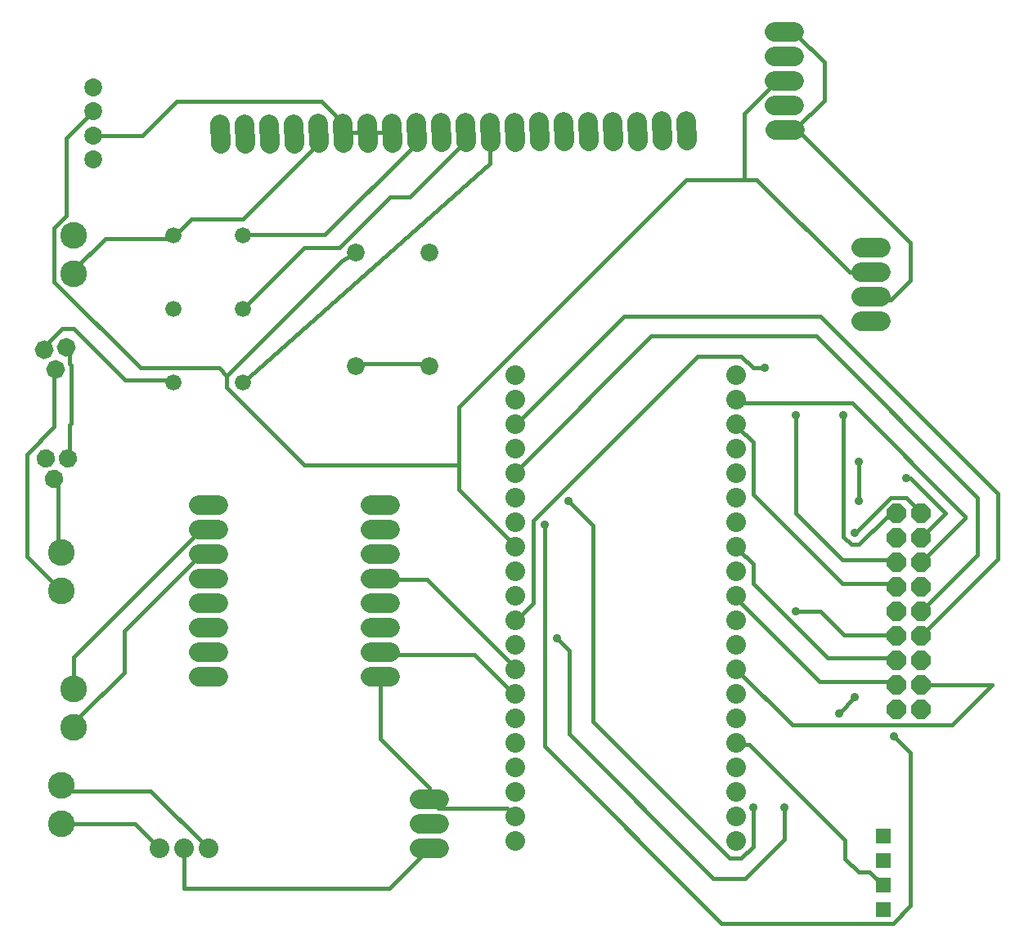
<source format=gbr>
G04 EAGLE Gerber RS-274X export*
G75*
%MOMM*%
%FSLAX34Y34*%
%LPD*%
%INTop Copper*%
%IPPOS*%
%AMOC8*
5,1,8,0,0,1.08239X$1,22.5*%
G01*
G04 Define Apertures*
%ADD10C,2.766000*%
%ADD11C,2.032000*%
%ADD12P,2.19942X8X292.5*%
%ADD13P,1.97947X8X79*%
%ADD14P,1.97947X8X86*%
%ADD15C,1.846000*%
%ADD16C,1.676000*%
%ADD17C,2.036000*%
%ADD18R,1.616000X1.616000*%
%ADD19C,2.032000*%
%ADD20C,1.856000*%
%ADD21C,0.457200*%
%ADD22C,0.914400*%
D10*
X76200Y127000D03*
X76200Y166600D03*
D11*
X447040Y101600D02*
X467360Y101600D01*
X467360Y127000D02*
X447040Y127000D01*
X447040Y152400D02*
X467360Y152400D01*
D12*
X941450Y448820D03*
X966850Y448820D03*
X941450Y423420D03*
X966850Y423420D03*
X941450Y398020D03*
X966850Y398020D03*
X941450Y372620D03*
X966850Y372620D03*
X941450Y347220D03*
X966850Y347220D03*
X941450Y321820D03*
X966850Y321820D03*
X941450Y296420D03*
X966850Y296420D03*
X941450Y271020D03*
X966850Y271020D03*
X941450Y245620D03*
X966850Y245620D03*
D11*
X924560Y647700D02*
X904240Y647700D01*
X904240Y673100D02*
X924560Y673100D01*
X924560Y698500D02*
X904240Y698500D01*
X904240Y723900D02*
X924560Y723900D01*
X469968Y833086D02*
X469826Y853405D01*
X444427Y853228D02*
X444569Y832909D01*
X419169Y832731D02*
X419028Y853051D01*
X393628Y852873D02*
X393770Y832554D01*
X368371Y832377D02*
X368229Y852696D01*
X342829Y852519D02*
X342971Y832199D01*
X317572Y832022D02*
X317430Y852342D01*
X292031Y852164D02*
X292172Y831845D01*
X266773Y831667D02*
X266631Y851987D01*
X241232Y851810D02*
X241374Y831490D01*
X723962Y834859D02*
X723820Y855179D01*
X698421Y855001D02*
X698563Y834682D01*
X673163Y834505D02*
X673021Y854824D01*
X647622Y854647D02*
X647764Y834327D01*
X622364Y834150D02*
X622223Y854469D01*
X596823Y854292D02*
X596965Y833973D01*
X571566Y833795D02*
X571424Y854115D01*
X546024Y853937D02*
X546166Y833618D01*
X520767Y833441D02*
X520625Y853760D01*
X495226Y853583D02*
X495368Y833263D01*
X814620Y947255D02*
X834939Y947397D01*
X835116Y921997D02*
X814797Y921855D01*
X814974Y896456D02*
X835294Y896598D01*
X835471Y871199D02*
X815151Y871057D01*
X815329Y845657D02*
X835648Y845799D01*
D13*
X69190Y484710D03*
X60314Y505814D03*
X83210Y505890D03*
D14*
X70533Y598234D03*
X59152Y618100D03*
X81867Y620966D03*
D15*
X457200Y601600D03*
X457200Y719200D03*
X381000Y601600D03*
X381000Y719200D03*
D16*
X192400Y660400D03*
X264800Y660400D03*
X192400Y584200D03*
X264800Y584200D03*
X192400Y736600D03*
X264800Y736600D03*
D11*
X238760Y279400D02*
X218440Y279400D01*
X218440Y304800D02*
X238760Y304800D01*
X238760Y330200D02*
X218440Y330200D01*
X218440Y355600D02*
X238760Y355600D01*
X238760Y381000D02*
X218440Y381000D01*
X218440Y406400D02*
X238760Y406400D01*
X238760Y431800D02*
X218440Y431800D01*
X218440Y457200D02*
X238760Y457200D01*
X396240Y279400D02*
X416560Y279400D01*
X416560Y304800D02*
X396240Y304800D01*
X396240Y330200D02*
X416560Y330200D01*
X416560Y355600D02*
X396240Y355600D01*
X396240Y381000D02*
X416560Y381000D01*
X416560Y406400D02*
X396240Y406400D01*
X396240Y431800D02*
X416560Y431800D01*
X416560Y457200D02*
X396240Y457200D01*
D17*
X546100Y109200D03*
X546100Y134600D03*
X546100Y160000D03*
X546100Y185400D03*
X546100Y210800D03*
X546100Y236200D03*
X546100Y261600D03*
X546100Y287000D03*
X546100Y312400D03*
X546100Y337800D03*
X546100Y363200D03*
X546100Y388600D03*
X546100Y414000D03*
X546100Y439400D03*
X546100Y464800D03*
X546100Y490200D03*
X546100Y515600D03*
X546100Y541000D03*
X546100Y566400D03*
X546100Y591800D03*
X774700Y109200D03*
X774700Y134600D03*
X774700Y160000D03*
X774700Y185400D03*
X774700Y210800D03*
X774700Y236200D03*
X774700Y261600D03*
X774700Y287000D03*
X774700Y312400D03*
X774700Y337800D03*
X774700Y363200D03*
X774700Y388600D03*
X774700Y414000D03*
X774700Y439400D03*
X774700Y464800D03*
X774700Y490200D03*
X774700Y515600D03*
X774700Y541000D03*
X774700Y566400D03*
X774700Y591800D03*
D18*
X927100Y38100D03*
X927100Y63500D03*
X927100Y88900D03*
X927100Y114300D03*
D10*
X76200Y368300D03*
X76200Y407900D03*
D19*
X177800Y101600D03*
X203200Y101600D03*
X228600Y101600D03*
D10*
X88900Y736600D03*
X88900Y697000D03*
X88990Y266700D03*
X88990Y227100D03*
D20*
X109756Y815204D03*
X109756Y840204D03*
X109756Y865204D03*
X109756Y890204D03*
D21*
X963168Y453136D02*
X963168Y449072D01*
X898144Y258064D02*
X881888Y241808D01*
X963168Y449072D02*
X966850Y448820D01*
D22*
X898144Y428752D03*
X898144Y258064D03*
X881888Y241808D03*
D21*
X963168Y453136D02*
X951482Y464822D01*
X934821Y464822D01*
X898751Y428752D02*
X898144Y428752D01*
X898751Y428752D02*
X934821Y464822D01*
X902208Y461264D02*
X902208Y501904D01*
X804672Y599440D02*
X792480Y599440D01*
X780288Y611632D01*
X735584Y611632D01*
X564896Y440944D01*
X564896Y355600D01*
X548640Y339344D01*
X546100Y337800D01*
D22*
X902208Y461264D03*
X902208Y501904D03*
X804672Y599440D03*
D21*
X967232Y424688D02*
X991616Y449072D01*
X955040Y485648D01*
X950976Y485648D01*
X824992Y144272D02*
X824992Y111252D01*
X784352Y70612D01*
X751332Y70612D01*
X601980Y219964D01*
X601980Y306324D02*
X589280Y319024D01*
X601980Y306324D02*
X601980Y219964D01*
X966850Y423420D02*
X967232Y424688D01*
D22*
X950976Y485648D03*
X824992Y144272D03*
X589280Y319024D03*
D21*
X885444Y400304D02*
X938784Y400304D01*
X885444Y400304D02*
X837184Y448564D01*
X837184Y550672D01*
X938784Y400304D02*
X941450Y398020D01*
D22*
X837184Y550672D03*
D21*
X776224Y562864D02*
X774700Y566400D01*
X776224Y562864D02*
X895204Y562864D01*
X1012444Y445624D01*
X1012444Y443614D01*
X966850Y398020D01*
X938784Y375920D02*
X884936Y375920D01*
X792480Y468376D01*
X792480Y522224D01*
X776224Y538480D01*
X938784Y375920D02*
X941450Y372620D01*
X776224Y538480D02*
X774700Y541000D01*
X938784Y217424D02*
X955548Y200660D01*
X955548Y42126D01*
X577088Y207264D02*
X577088Y436880D01*
D22*
X938784Y217424D03*
X577088Y436880D03*
D21*
X577088Y207264D02*
X760174Y24178D01*
X937600Y24178D01*
X955548Y42126D01*
X1025144Y465328D02*
X858012Y632460D01*
X687324Y632460D01*
X548640Y493776D01*
X546100Y490200D01*
X1025144Y465328D02*
X1025144Y405514D01*
X966850Y347220D01*
X938784Y323088D02*
X886968Y323088D01*
X862584Y347472D01*
X837184Y347472D01*
X792480Y144272D02*
X792480Y103632D01*
X780288Y91440D01*
X768096Y91440D01*
X626872Y232664D01*
X626872Y435864D02*
X601472Y461264D01*
X626872Y435864D02*
X626872Y232664D01*
X938784Y323088D02*
X941450Y321820D01*
D22*
X837184Y347472D03*
X792480Y144272D03*
X601472Y461264D03*
D21*
X967232Y323088D02*
X1045972Y401828D01*
X1045972Y469392D02*
X862076Y653288D01*
X659384Y653288D01*
X548640Y542544D01*
X967232Y323088D02*
X966850Y321820D01*
X548640Y542544D02*
X546100Y541000D01*
X1045972Y469392D02*
X1045972Y401828D01*
X938784Y298704D02*
X869696Y298704D01*
X792480Y375920D01*
X792480Y396240D01*
X776224Y412496D01*
X938784Y298704D02*
X941450Y296420D01*
X776224Y412496D02*
X774700Y414000D01*
X861568Y274320D02*
X938784Y274320D01*
X861568Y274320D02*
X776224Y359664D01*
X938784Y274320D02*
X941450Y271020D01*
X776224Y359664D02*
X774700Y363200D01*
X776224Y286512D02*
X833120Y229616D01*
X776224Y286512D02*
X774700Y287000D01*
X833120Y229616D02*
X998876Y229616D01*
X1040280Y271020D01*
X966850Y271020D01*
X824992Y896112D02*
X816864Y896112D01*
X783844Y863092D01*
X783844Y794512D01*
X824992Y896112D02*
X825134Y896527D01*
X367124Y710532D02*
X247904Y591312D01*
X247904Y579120D01*
X328168Y498856D01*
X487680Y498856D01*
X487680Y473456D02*
X544576Y416560D01*
X367124Y710532D02*
X381000Y719200D01*
X544576Y416560D02*
X546100Y414000D01*
X239776Y599440D02*
X158496Y599440D01*
X239776Y599440D02*
X247904Y591312D01*
X723392Y794512D02*
X783844Y794512D01*
X796544Y794512D01*
X723392Y794512D02*
X487680Y558800D01*
X487680Y498856D02*
X487680Y473456D01*
X487680Y498856D02*
X487680Y558800D01*
X109756Y865204D02*
X81928Y837376D01*
X81928Y757448D01*
X69228Y744748D01*
X69228Y688708D02*
X158496Y599440D01*
X69228Y688708D02*
X69228Y744748D01*
X796544Y794512D02*
X892556Y698500D01*
X914400Y698500D01*
X774700Y210800D02*
X776224Y209296D01*
X887778Y110442D02*
X887778Y91100D01*
X887778Y110442D02*
X788924Y209296D01*
X776224Y209296D01*
X887778Y91100D02*
X901700Y77178D01*
X913422Y77178D02*
X927100Y63500D01*
X913422Y77178D02*
X901700Y77178D01*
X455168Y379984D02*
X406400Y379984D01*
X455168Y379984D02*
X544576Y290576D01*
X406400Y379984D02*
X406400Y381000D01*
X544576Y290576D02*
X546100Y287000D01*
X390144Y843280D02*
X369824Y843280D01*
X368300Y842536D01*
X390144Y843280D02*
X393699Y842714D01*
X394208Y843280D02*
X418592Y843280D01*
X419098Y842891D01*
X394208Y843280D02*
X393699Y842714D01*
X365760Y855472D02*
X345440Y875792D01*
X365760Y855472D02*
X365760Y843280D01*
X368300Y842536D01*
X85344Y619760D02*
X85344Y603504D01*
X85344Y619760D02*
X81867Y620966D01*
X85344Y505968D02*
X83210Y505890D01*
X406400Y302768D02*
X503936Y302768D01*
X544576Y262128D01*
X406400Y302768D02*
X406400Y304800D01*
X544576Y262128D02*
X546100Y261600D01*
X177800Y101600D02*
X152400Y127000D01*
X76200Y127000D01*
X85344Y505968D02*
X85344Y540523D01*
X86715Y541894D01*
X86715Y602133D01*
X85344Y603504D01*
X196144Y875792D02*
X345440Y875792D01*
X196144Y875792D02*
X160556Y840204D01*
X109756Y840204D01*
X224905Y435495D02*
X228600Y431800D01*
X224905Y435495D02*
X88990Y299580D01*
X88990Y266700D01*
X96380Y238880D02*
X96380Y234490D01*
X88990Y227100D01*
X96380Y238880D02*
X141452Y283952D01*
X228600Y406400D02*
X225298Y409702D01*
X224512Y409702D01*
X141452Y326643D01*
X141452Y283952D01*
X829056Y847344D02*
X837184Y847344D01*
X866140Y876300D01*
X866140Y915924D01*
X837184Y944880D01*
X824992Y944880D01*
X829056Y847344D02*
X825489Y845728D01*
X824992Y944880D02*
X824779Y947326D01*
X955040Y689864D02*
X935292Y670116D01*
X955040Y689864D02*
X955040Y729488D01*
X837184Y847344D01*
X914400Y673100D02*
X935292Y670116D01*
X837184Y847344D02*
X825489Y845728D01*
X930656Y445008D02*
X938784Y445008D01*
X930656Y445008D02*
X902208Y416560D01*
X894080Y416560D01*
X885952Y424688D01*
X885952Y550672D01*
X941450Y448820D02*
X938784Y445008D01*
X455168Y603504D02*
X382016Y603504D01*
X381000Y601600D01*
X455168Y603504D02*
X457200Y601600D01*
D22*
X885952Y550672D03*
D21*
X364236Y723900D02*
X328300Y723900D01*
X264800Y660400D01*
X364236Y723900D02*
X417068Y776732D01*
X437388Y776732D01*
X491744Y831088D01*
X491744Y843280D01*
X495297Y843423D01*
X520192Y843280D02*
X520192Y811547D01*
X264800Y584200D01*
X520192Y843280D02*
X520696Y843600D01*
X191008Y587248D02*
X142240Y587248D01*
X89408Y640080D01*
X77216Y640080D01*
X56896Y619760D01*
X191008Y587248D02*
X192400Y584200D01*
X59152Y618100D02*
X56896Y619760D01*
X73152Y481584D02*
X73152Y408432D01*
X73152Y481584D02*
X69190Y484710D01*
X73152Y408432D02*
X76200Y407900D01*
X69088Y538480D02*
X69088Y595376D01*
X69088Y538480D02*
X40640Y510032D01*
X40640Y404368D01*
X73152Y371856D01*
X69088Y595376D02*
X70533Y598234D01*
X73152Y371856D02*
X76200Y368300D01*
X268224Y737616D02*
X349504Y737616D01*
X442976Y831088D01*
X442976Y839216D01*
X268224Y737616D02*
X264800Y736600D01*
X442976Y839216D02*
X444498Y843068D01*
X191008Y733552D02*
X121920Y733552D01*
X89408Y701040D01*
X191008Y733552D02*
X192400Y736600D01*
X89408Y701040D02*
X88900Y697000D01*
X341376Y831088D02*
X341376Y839216D01*
X341376Y831088D02*
X264160Y753872D01*
X211328Y753872D01*
X195072Y737616D01*
X341376Y839216D02*
X342900Y842359D01*
X195072Y737616D02*
X192400Y736600D01*
X406400Y279400D02*
X406400Y215392D01*
X457200Y164592D02*
X457200Y152400D01*
X457200Y164592D02*
X406400Y215392D01*
X457200Y152400D02*
X466598Y143002D01*
X537698Y143002D01*
X546100Y134600D01*
X203200Y101600D02*
X203200Y60198D01*
X415798Y60198D02*
X457200Y101600D01*
X415798Y60198D02*
X203200Y60198D01*
X81603Y161197D02*
X76200Y166600D01*
X81603Y161197D02*
X169003Y161197D01*
X228600Y101600D01*
M02*

</source>
